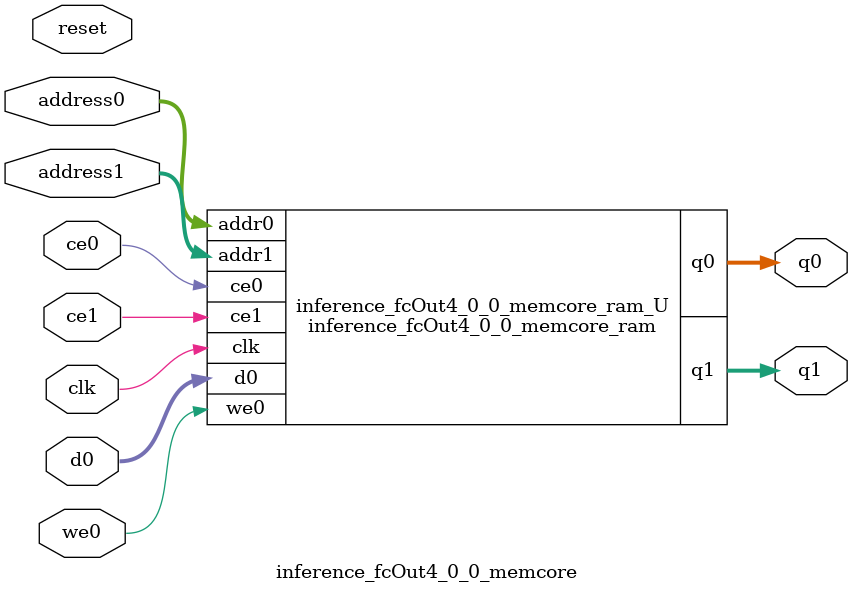
<source format=v>

`timescale 1 ns / 1 ps
module inference_fcOut4_0_0_memcore_ram (addr0, ce0, d0, we0, q0, addr1, ce1, q1,  clk);

parameter DWIDTH = 32;
parameter AWIDTH = 5;
parameter MEM_SIZE = 21;

input[AWIDTH-1:0] addr0;
input ce0;
input[DWIDTH-1:0] d0;
input we0;
output reg[DWIDTH-1:0] q0;
input[AWIDTH-1:0] addr1;
input ce1;
output reg[DWIDTH-1:0] q1;
input clk;

(* ram_style = "distributed" *)reg [DWIDTH-1:0] ram[MEM_SIZE-1:0];




always @(posedge clk)  
begin 
    if (ce0) 
    begin
        if (we0) 
        begin 
            ram[addr0] <= d0; 
            q0 <= d0;
        end 
        else 
            q0 <= ram[addr0];
    end
end


always @(posedge clk)  
begin 
    if (ce1) 
    begin
            q1 <= ram[addr1];
    end
end


endmodule


`timescale 1 ns / 1 ps
module inference_fcOut4_0_0_memcore(
    reset,
    clk,
    address0,
    ce0,
    we0,
    d0,
    q0,
    address1,
    ce1,
    q1);

parameter DataWidth = 32'd32;
parameter AddressRange = 32'd21;
parameter AddressWidth = 32'd5;
input reset;
input clk;
input[AddressWidth - 1:0] address0;
input ce0;
input we0;
input[DataWidth - 1:0] d0;
output[DataWidth - 1:0] q0;
input[AddressWidth - 1:0] address1;
input ce1;
output[DataWidth - 1:0] q1;



inference_fcOut4_0_0_memcore_ram inference_fcOut4_0_0_memcore_ram_U(
    .clk( clk ),
    .addr0( address0 ),
    .ce0( ce0 ),
    .d0( d0 ),
    .we0( we0 ),
    .q0( q0 ),
    .addr1( address1 ),
    .ce1( ce1 ),
    .q1( q1 ));

endmodule


</source>
